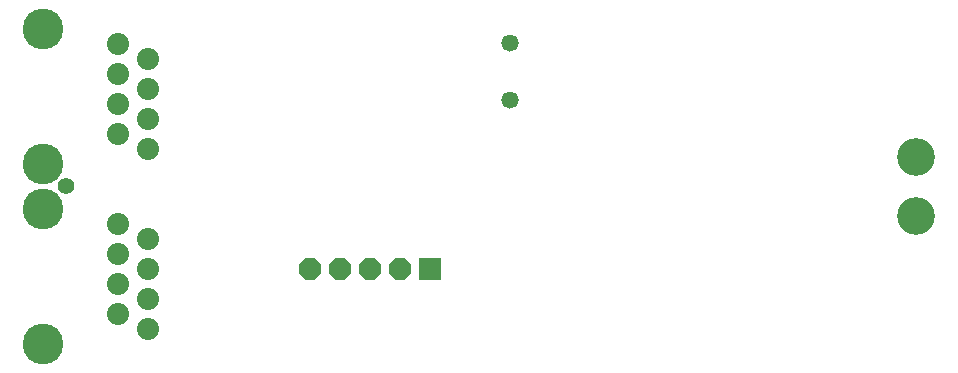
<source format=gbs>
G75*
%MOIN*%
%OFA0B0*%
%FSLAX25Y25*%
%IPPOS*%
%LPD*%
%AMOC8*
5,1,8,0,0,1.08239X$1,22.5*
%
%ADD10C,0.05512*%
%ADD11R,0.07387X0.07387*%
%ADD12OC8,0.07387*%
%ADD13C,0.05787*%
%ADD14C,0.07387*%
%ADD15C,0.13587*%
%ADD16C,0.12598*%
D10*
X0039730Y0085705D03*
D11*
X0161155Y0058146D03*
D12*
X0151155Y0058146D03*
X0141155Y0058146D03*
X0131155Y0058146D03*
X0121155Y0058146D03*
D13*
X0187809Y0114591D03*
X0187809Y0133591D03*
D14*
X0067100Y0128205D03*
X0057100Y0123205D03*
X0067100Y0118205D03*
X0057100Y0113205D03*
X0067100Y0108205D03*
X0057100Y0103205D03*
X0067100Y0098205D03*
X0057100Y0073205D03*
X0067100Y0068205D03*
X0057100Y0063205D03*
X0067100Y0058205D03*
X0057100Y0053205D03*
X0067100Y0048205D03*
X0057100Y0043205D03*
X0067100Y0038205D03*
X0057100Y0133205D03*
D15*
X0032100Y0033205D03*
X0032100Y0078205D03*
X0032100Y0093205D03*
X0032100Y0138205D03*
D16*
X0323045Y0095547D03*
X0323045Y0075862D03*
M02*

</source>
